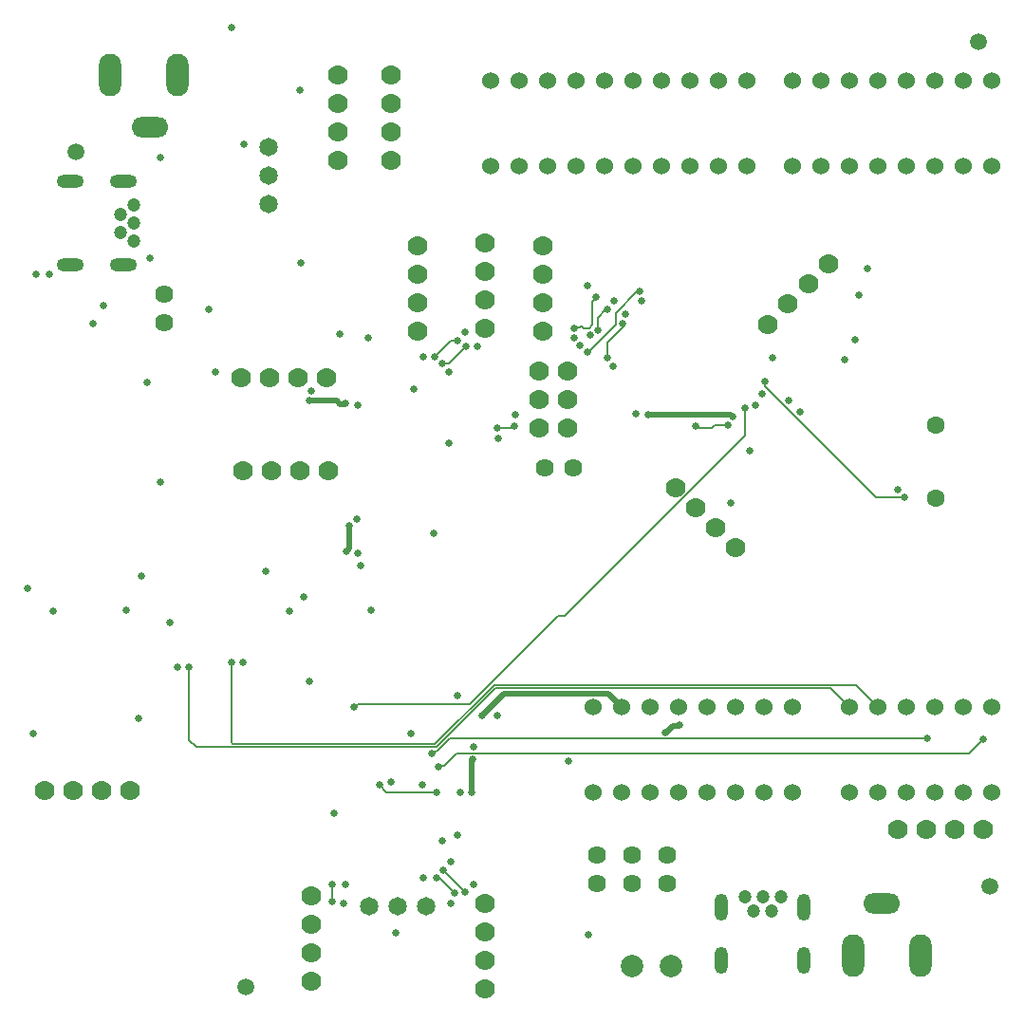
<source format=gbl>
G04*
G04 #@! TF.GenerationSoftware,Altium Limited,Altium Designer,21.1.1 (26)*
G04*
G04 Layer_Physical_Order=4*
G04 Layer_Color=16711680*
%FSLAX25Y25*%
%MOIN*%
G70*
G04*
G04 #@! TF.SameCoordinates,EDDA1932-7B83-4B75-B1E8-7C0ED368C603*
G04*
G04*
G04 #@! TF.FilePolarity,Positive*
G04*
G01*
G75*
%ADD10C,0.02000*%
%ADD11C,0.00600*%
%ADD77C,0.05906*%
%ADD78C,0.07000*%
%ADD79C,0.06378*%
%ADD80O,0.07874X0.14961*%
%ADD81O,0.12992X0.07087*%
%ADD82C,0.06496*%
%ADD83C,0.07874*%
%ADD84C,0.06000*%
%ADD85O,0.04724X0.09449*%
%ADD86C,0.04724*%
%ADD87C,0.06299*%
%ADD88O,0.09449X0.04724*%
%ADD89C,0.02500*%
D10*
X160340Y88822D02*
Y88957D01*
X160000Y77500D02*
Y88482D01*
X160340Y88822D01*
X228135Y98500D02*
X230540Y100904D01*
X232904D01*
X233000Y101000D01*
X117000Y163135D02*
Y171000D01*
X116000Y162135D02*
X117000Y163135D01*
X116000Y162000D02*
Y162135D01*
X171100Y112100D02*
X207900D01*
X212500Y107500D01*
X163500Y104500D02*
X171100Y112100D01*
X228000Y98500D02*
X228135D01*
X222000Y210000D02*
X250865D01*
X251365Y209500D01*
X251500D01*
X113672Y213828D02*
X113748Y213904D01*
X112500Y215000D02*
X113672Y213828D01*
X115404Y213904D02*
X115500Y214000D01*
X113748Y213904D02*
X115404D01*
X103000Y215000D02*
X112500D01*
D11*
X200557Y232200D02*
X200700D01*
X210432Y241932D01*
X152000Y228000D02*
X158000Y234000D01*
X149500Y228000D02*
X152000D01*
X150181Y86681D02*
X154607Y91107D01*
X334607D01*
X339500Y96000D01*
X147863Y47137D02*
X148863D01*
X147500Y47500D02*
X147863Y47137D01*
X148863D02*
X154000Y42000D01*
X150000Y50000D02*
X157500Y42500D01*
X111000Y39000D02*
Y45000D01*
X262944Y220056D02*
X302000Y181000D01*
X312000D01*
X262944Y220056D02*
Y221556D01*
X262773Y221727D02*
X262944Y221556D01*
X148243Y86681D02*
X150181D01*
X148031Y86469D02*
X148243Y86681D01*
X75500Y95000D02*
Y123000D01*
Y95000D02*
X76000Y94500D01*
X147000D01*
X146514Y91000D02*
X147614Y92100D01*
X60500Y95851D02*
X63051Y93300D01*
X146000Y91000D02*
X146514D01*
X147994Y92100D02*
X152244Y96350D01*
X63051Y93300D02*
X147497D01*
X147614Y92100D02*
X147994D01*
X147497Y93300D02*
X168197Y114000D01*
X147000Y94500D02*
X167750Y115250D01*
X152244Y96350D02*
X319850D01*
X168197Y114000D02*
X286000D01*
X319850Y96350D02*
X320000Y96500D01*
X190303Y139500D02*
X192580D01*
X120000Y108500D02*
X159303D01*
X190303Y139500D01*
X118500Y107500D02*
X119000D01*
X120000Y108500D01*
X167750Y115250D02*
X294750D01*
X302500Y107500D01*
X286000Y114000D02*
X292500Y107500D01*
X60500Y95851D02*
Y121500D01*
X192580Y139500D02*
X256000Y202920D01*
Y212500D01*
X127500Y80000D02*
X130000Y77500D01*
X147500D01*
X152500Y236000D02*
X154850D01*
X207001Y247002D02*
X207499D01*
X204152Y244151D02*
X207001Y247002D01*
X207499D02*
X207500Y247000D01*
X204152Y239651D02*
Y244151D01*
X197953Y241090D02*
X198450D01*
X197726Y240863D02*
X197953Y241090D01*
X196363Y240863D02*
X197726D01*
X196000Y240500D02*
X196363Y240863D01*
X198450Y241090D02*
X199041Y240500D01*
X201032D01*
X203500Y251096D02*
Y251500D01*
X202182Y249778D02*
X203500Y251096D01*
X202182Y241649D02*
Y249778D01*
X201032Y240500D02*
X202182Y241649D01*
X169000Y205500D02*
X173486D01*
X174251Y206265D01*
X174765D01*
X218000Y253500D02*
X219000D01*
X210432Y245932D02*
X218000Y253500D01*
X210432Y241932D02*
Y245932D01*
X207500Y235500D02*
X213251Y241251D01*
X213000Y242000D02*
X213251Y241748D01*
Y241251D02*
Y241748D01*
X207500Y230000D02*
Y235500D01*
X238500Y206000D02*
X238965D01*
X239465Y205500D01*
X147000Y230500D02*
X152500Y236000D01*
X245243Y206500D02*
X250000D01*
X239465Y205500D02*
X244243D01*
X245243Y206500D01*
D77*
X342000Y44500D02*
D03*
X80500Y9000D02*
D03*
X338000Y341000D02*
D03*
X21000Y302500D02*
D03*
D78*
X99000Y223000D02*
D03*
X109000D02*
D03*
X79000D02*
D03*
X89000D02*
D03*
X99500Y190500D02*
D03*
X109500D02*
D03*
X79500D02*
D03*
X89500D02*
D03*
X20000Y78000D02*
D03*
X10000D02*
D03*
X40000D02*
D03*
X30000D02*
D03*
X103500Y31000D02*
D03*
Y41000D02*
D03*
Y11000D02*
D03*
Y21000D02*
D03*
X319500Y64500D02*
D03*
X309500D02*
D03*
X339500D02*
D03*
X329500D02*
D03*
X164500Y28500D02*
D03*
Y38500D02*
D03*
Y8500D02*
D03*
Y18500D02*
D03*
X245571Y170429D02*
D03*
X252642Y163358D02*
D03*
X231429Y184571D02*
D03*
X238500Y177500D02*
D03*
X271000Y249000D02*
D03*
X263929Y241929D02*
D03*
X285142Y263142D02*
D03*
X278071Y256071D02*
D03*
X141000Y249500D02*
D03*
Y239500D02*
D03*
Y269500D02*
D03*
Y259500D02*
D03*
X131500Y319500D02*
D03*
Y329500D02*
D03*
Y299500D02*
D03*
Y309500D02*
D03*
X113000Y319500D02*
D03*
Y329500D02*
D03*
Y299500D02*
D03*
Y309500D02*
D03*
X183500Y225500D02*
D03*
X193500D02*
D03*
X183500Y215500D02*
D03*
X193500D02*
D03*
X183500Y205500D02*
D03*
X193500D02*
D03*
X185000Y249500D02*
D03*
Y239500D02*
D03*
Y269500D02*
D03*
Y259500D02*
D03*
X164500Y250500D02*
D03*
Y240500D02*
D03*
Y270500D02*
D03*
Y260500D02*
D03*
D79*
X204000Y55500D02*
D03*
Y45500D02*
D03*
X228500Y55500D02*
D03*
Y45500D02*
D03*
X216250D02*
D03*
Y55500D02*
D03*
X52000Y242500D02*
D03*
Y252500D02*
D03*
X195500Y191500D02*
D03*
X185500D02*
D03*
D80*
X293878Y20000D02*
D03*
X317500D02*
D03*
X56622Y329500D02*
D03*
X33000D02*
D03*
D81*
X303720Y38307D02*
D03*
X46780Y311193D02*
D03*
D82*
X144000Y37500D02*
D03*
X134000D02*
D03*
X124000D02*
D03*
X88500Y304000D02*
D03*
Y294000D02*
D03*
Y284000D02*
D03*
D83*
X216110Y16500D02*
D03*
X229890D02*
D03*
D84*
X332500Y77500D02*
D03*
X342500D02*
D03*
X322500D02*
D03*
X312500D02*
D03*
X302500D02*
D03*
X292500D02*
D03*
X272500D02*
D03*
X262500D02*
D03*
X252500D02*
D03*
X242500D02*
D03*
X232500D02*
D03*
X222500D02*
D03*
X212500D02*
D03*
X202500D02*
D03*
X272500Y107500D02*
D03*
X262500D02*
D03*
X252500D02*
D03*
X242500D02*
D03*
X232500D02*
D03*
X222500D02*
D03*
X212500D02*
D03*
X202500D02*
D03*
X342500D02*
D03*
X332500D02*
D03*
X322500D02*
D03*
X312500D02*
D03*
X302500D02*
D03*
X292500D02*
D03*
X256500Y327500D02*
D03*
X246500D02*
D03*
X236500D02*
D03*
X226500D02*
D03*
X216500D02*
D03*
X206500D02*
D03*
X196500D02*
D03*
X186500D02*
D03*
X176500D02*
D03*
X166500D02*
D03*
X256500Y297500D02*
D03*
X246500D02*
D03*
X236500D02*
D03*
X226500D02*
D03*
X216500D02*
D03*
X206500D02*
D03*
X196500D02*
D03*
X186500D02*
D03*
X176500D02*
D03*
X166500D02*
D03*
X342500D02*
D03*
X332500D02*
D03*
X322500D02*
D03*
X312500D02*
D03*
X302500D02*
D03*
X292500D02*
D03*
X282500D02*
D03*
X272500D02*
D03*
Y327500D02*
D03*
X282500D02*
D03*
X292500D02*
D03*
X302500D02*
D03*
X312500D02*
D03*
X322500D02*
D03*
X332500D02*
D03*
X342500D02*
D03*
D85*
X276645Y18375D02*
D03*
Y37075D02*
D03*
X247355D02*
D03*
Y18375D02*
D03*
D86*
X255780Y40625D02*
D03*
X258928Y35886D02*
D03*
X265228D02*
D03*
X262078Y40625D02*
D03*
X268377D02*
D03*
X41125Y271123D02*
D03*
Y277421D02*
D03*
X36386Y274272D02*
D03*
Y280572D02*
D03*
X41125Y283720D02*
D03*
D87*
X323000Y180705D02*
D03*
Y206295D02*
D03*
D88*
X18875Y292145D02*
D03*
X37575D02*
D03*
Y262855D02*
D03*
X18875D02*
D03*
D89*
X175100Y210100D02*
D03*
X169100Y201700D02*
D03*
X309500Y183900D02*
D03*
X200557Y232200D02*
D03*
X195800Y237000D02*
D03*
X197700Y234500D02*
D03*
X201500Y238000D02*
D03*
X209500Y227000D02*
D03*
X200500Y255500D02*
D03*
X210000Y250000D02*
D03*
X214000Y245500D02*
D03*
X219500Y250000D02*
D03*
X157500Y239000D02*
D03*
X162000Y234000D02*
D03*
X158000D02*
D03*
X152000Y225000D02*
D03*
X149500Y228000D02*
D03*
X143000Y230500D02*
D03*
X119500Y173500D02*
D03*
X120000Y161500D02*
D03*
X155000Y111500D02*
D03*
X87500Y155000D02*
D03*
X4000Y149000D02*
D03*
X6000Y98000D02*
D03*
X43000Y103500D02*
D03*
X160340Y88957D02*
D03*
X133340Y27957D02*
D03*
X201000Y27500D02*
D03*
X115000Y38500D02*
D03*
X115500Y45000D02*
D03*
X160500D02*
D03*
X152500Y38500D02*
D03*
X143000Y47500D02*
D03*
X152500Y53000D02*
D03*
X147500Y47500D02*
D03*
X150000Y50000D02*
D03*
X111500Y70000D02*
D03*
X111000Y45000D02*
D03*
Y39000D02*
D03*
X233000Y101000D02*
D03*
X160000Y77500D02*
D03*
X259500Y213500D02*
D03*
X262000Y217500D02*
D03*
X275020Y211020D02*
D03*
X271020Y215020D02*
D03*
X250000Y206500D02*
D03*
X256000Y212500D02*
D03*
X251500Y209500D02*
D03*
X262773Y221727D02*
D03*
X257500Y197500D02*
D03*
X217500Y210500D02*
D03*
X103500Y218500D02*
D03*
X120000Y213500D02*
D03*
X56500Y121500D02*
D03*
X79500Y123000D02*
D03*
X169000Y104500D02*
D03*
X160500Y93500D02*
D03*
X156000Y77500D02*
D03*
X131500Y81000D02*
D03*
X154000Y42000D02*
D03*
X116000Y162000D02*
D03*
X117000Y171000D02*
D03*
X121000Y157000D02*
D03*
X124500Y141500D02*
D03*
X13000Y141000D02*
D03*
X148031Y86469D02*
D03*
X96000Y141000D02*
D03*
X54000Y137000D02*
D03*
X38500Y141500D02*
D03*
X44000Y153500D02*
D03*
X101000Y146000D02*
D03*
X103000Y116500D02*
D03*
X75500Y123000D02*
D03*
X138500Y98000D02*
D03*
X60500Y121500D02*
D03*
X228000Y98500D02*
D03*
X163500Y104500D02*
D03*
X194000Y88500D02*
D03*
X142500Y80000D02*
D03*
X155000Y62500D02*
D03*
X149500Y60500D02*
D03*
X118500Y107500D02*
D03*
X312000Y181000D02*
D03*
X339500Y96000D02*
D03*
X146000Y91000D02*
D03*
X320000Y96500D02*
D03*
X157500Y42500D02*
D03*
X127500Y80000D02*
D03*
X147500Y77500D02*
D03*
X50500Y186500D02*
D03*
X70000Y225000D02*
D03*
X47000Y265000D02*
D03*
X154850Y236000D02*
D03*
X152000Y200000D02*
D03*
X139500Y219000D02*
D03*
X296000Y252000D02*
D03*
X299000Y261500D02*
D03*
X265500Y230000D02*
D03*
X291000Y229500D02*
D03*
X294500Y236500D02*
D03*
X7000Y259500D02*
D03*
X115500Y214000D02*
D03*
X103000Y215000D02*
D03*
X75500Y346000D02*
D03*
X99500Y324000D02*
D03*
X251000Y179000D02*
D03*
X146500Y168500D02*
D03*
X46000Y221500D02*
D03*
X27000Y242000D02*
D03*
X30500Y248500D02*
D03*
X11500Y259500D02*
D03*
X50500Y300500D02*
D03*
X80000Y305000D02*
D03*
X100000Y263500D02*
D03*
X123500Y237000D02*
D03*
X113500Y238500D02*
D03*
X67500Y247000D02*
D03*
X207500D02*
D03*
X204152Y239651D02*
D03*
X196000Y240500D02*
D03*
X203500Y251500D02*
D03*
X174765Y206265D02*
D03*
X169000Y205500D02*
D03*
X219000Y253500D02*
D03*
X213000Y242000D02*
D03*
X207500Y230000D02*
D03*
X238500Y206000D02*
D03*
X147000Y230500D02*
D03*
X222000Y210000D02*
D03*
M02*

</source>
